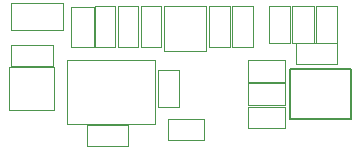
<source format=gbr>
G04 #@! TF.GenerationSoftware,KiCad,Pcbnew,5.0.2-bee76a0~70~ubuntu18.04.1*
G04 #@! TF.CreationDate,2019-11-16T09:43:36-05:00*
G04 #@! TF.ProjectId,ESP-AHT10-Extra,4553502d-4148-4543-9130-2d4578747261,1.2*
G04 #@! TF.SameCoordinates,PX7bfa480PY66c2270*
G04 #@! TF.FileFunction,Other,User*
%FSLAX46Y46*%
G04 Gerber Fmt 4.6, Leading zero omitted, Abs format (unit mm)*
G04 Created by KiCad (PCBNEW 5.0.2-bee76a0~70~ubuntu18.04.1) date Sat 16 Nov 2019 09:43:36 AM EST*
%MOMM*%
%LPD*%
G01*
G04 APERTURE LIST*
%ADD10C,0.050000*%
%ADD11C,0.150000*%
G04 APERTURE END LIST*
D10*
G04 #@! TO.C,C7*
X13150000Y12670000D02*
X9650000Y12670000D01*
X13150000Y12670000D02*
X13150000Y10920000D01*
X9650000Y10920000D02*
X9650000Y12670000D01*
X9650000Y10920000D02*
X13150000Y10920000D01*
G04 #@! TO.C,F1*
X14725000Y15892500D02*
X14725000Y12532500D01*
X16625000Y15892500D02*
X14725000Y15892500D01*
X16625000Y12532500D02*
X16625000Y15892500D01*
X14725000Y12532500D02*
X16625000Y12532500D01*
G04 #@! TO.C,C1*
X26420000Y15991380D02*
X26420000Y12491380D01*
X26420000Y15991380D02*
X28170000Y15991380D01*
X28170000Y12491380D02*
X26420000Y12491380D01*
X28170000Y12491380D02*
X28170000Y15991380D01*
G04 #@! TO.C,C2*
X18655000Y15991380D02*
X18655000Y12491380D01*
X18655000Y15991380D02*
X20405000Y15991380D01*
X20405000Y12491380D02*
X18655000Y12491380D01*
X20405000Y12491380D02*
X20405000Y15991380D01*
G04 #@! TO.C,C3*
X16705000Y15991380D02*
X16705000Y12491380D01*
X16705000Y15991380D02*
X18455000Y15991380D01*
X18455000Y12491380D02*
X16705000Y12491380D01*
X18455000Y12491380D02*
X18455000Y15991380D01*
G04 #@! TO.C,C4*
X28370000Y15991380D02*
X28370000Y12491380D01*
X28370000Y15991380D02*
X30120000Y15991380D01*
X30120000Y12491380D02*
X28370000Y12491380D01*
X30120000Y12491380D02*
X30120000Y15991380D01*
G04 #@! TO.C,C5*
X37250000Y12870000D02*
X33750000Y12870000D01*
X37250000Y12870000D02*
X37250000Y11120000D01*
X33750000Y11120000D02*
X33750000Y12870000D01*
X33750000Y11120000D02*
X37250000Y11120000D01*
G04 #@! TO.C,R1*
X35255703Y12891380D02*
X35255703Y15991380D01*
X35255703Y12891380D02*
X33455703Y12891380D01*
X33455703Y15991380D02*
X35255703Y15991380D01*
X33455703Y15991380D02*
X33455703Y12891380D01*
G04 #@! TO.C,R2*
X33255703Y12891380D02*
X33255703Y15991380D01*
X33255703Y12891380D02*
X31455703Y12891380D01*
X31455703Y15991380D02*
X33255703Y15991380D01*
X31455703Y15991380D02*
X31455703Y12891380D01*
G04 #@! TO.C,R3*
X35455703Y15991380D02*
X35455703Y12891380D01*
X35455703Y15991380D02*
X37255703Y15991380D01*
X37255703Y12891380D02*
X35455703Y12891380D01*
X37255703Y12891380D02*
X37255703Y15991380D01*
G04 #@! TO.C,R4*
X22900000Y4641380D02*
X26000000Y4641380D01*
X22900000Y4641380D02*
X22900000Y6441380D01*
X26000000Y6441380D02*
X26000000Y4641380D01*
X26000000Y6441380D02*
X22900000Y6441380D01*
G04 #@! TO.C,R5*
X29700000Y9600000D02*
X32800000Y9600000D01*
X29700000Y9600000D02*
X29700000Y11400000D01*
X32800000Y11400000D02*
X32800000Y9600000D01*
X32800000Y11400000D02*
X29700000Y11400000D01*
G04 #@! TO.C,R6*
X29700000Y7641380D02*
X32800000Y7641380D01*
X29700000Y7641380D02*
X29700000Y9441380D01*
X32800000Y9441380D02*
X32800000Y7641380D01*
X32800000Y9441380D02*
X29700000Y9441380D01*
G04 #@! TO.C,R7*
X32800000Y7441380D02*
X29700000Y7441380D01*
X32800000Y7441380D02*
X32800000Y5641380D01*
X29700000Y5641380D02*
X29700000Y7441380D01*
X29700000Y5641380D02*
X32800000Y5641380D01*
G04 #@! TO.C,U1*
X14329217Y6037626D02*
X14329217Y11437626D01*
X21789217Y6037626D02*
X21789217Y11437626D01*
X14329217Y6037626D02*
X21789217Y6037626D01*
X14329217Y11437626D02*
X21789217Y11437626D01*
G04 #@! TO.C,U2*
X26155703Y12191380D02*
X26155703Y15991380D01*
X26155703Y15991380D02*
X22555703Y15991380D01*
X22555703Y15991380D02*
X22555703Y12191380D01*
X22555703Y12191380D02*
X26155703Y12191380D01*
D11*
G04 #@! TO.C,U4*
X38455703Y6441380D02*
X38455703Y10641380D01*
X38455703Y10641380D02*
X33255703Y10641380D01*
X33255703Y10641380D02*
X33255703Y6441380D01*
X33255703Y6441380D02*
X38455703Y6441380D01*
D10*
G04 #@! TO.C,C6*
X16050000Y4130000D02*
X19550000Y4130000D01*
X16050000Y4130000D02*
X16050000Y5880000D01*
X19550000Y5880000D02*
X19550000Y4130000D01*
X19550000Y5880000D02*
X16050000Y5880000D01*
G04 #@! TO.C,U5*
X13250000Y7225000D02*
X9450000Y7225000D01*
X13250000Y10825000D02*
X13250000Y7225000D01*
X9450000Y10825000D02*
X13250000Y10825000D01*
X9450000Y7225000D02*
X9450000Y10825000D01*
G04 #@! TO.C,R8*
X22050000Y10550000D02*
X22050000Y7450000D01*
X22050000Y10550000D02*
X23850000Y10550000D01*
X23850000Y7450000D02*
X22050000Y7450000D01*
X23850000Y7450000D02*
X23850000Y10550000D01*
G04 #@! TO.C,C8*
X20605000Y15991380D02*
X20605000Y12491380D01*
X20605000Y15991380D02*
X22355000Y15991380D01*
X22355000Y12491380D02*
X20605000Y12491380D01*
X22355000Y12491380D02*
X22355000Y15991380D01*
G04 #@! TO.C,D1*
X14000000Y16225000D02*
X14000000Y13925000D01*
X9600000Y13925000D02*
X14000000Y13925000D01*
X9600000Y16225000D02*
X9600000Y13925000D01*
X14000000Y16225000D02*
X9600000Y16225000D01*
G04 #@! TD*
M02*

</source>
